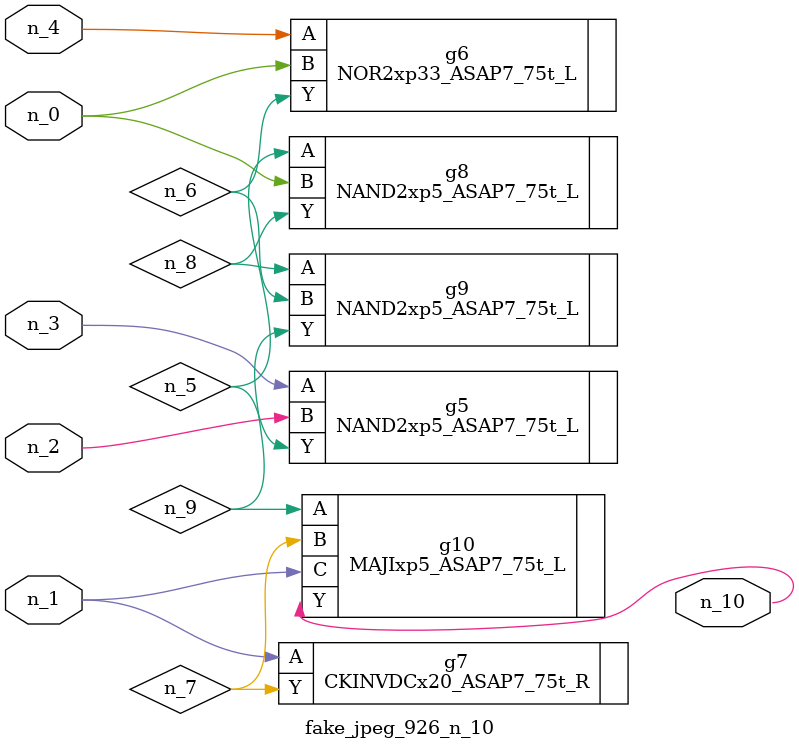
<source format=v>
module fake_jpeg_926_n_10 (n_3, n_2, n_1, n_0, n_4, n_10);

input n_3;
input n_2;
input n_1;
input n_0;
input n_4;

output n_10;

wire n_8;
wire n_9;
wire n_6;
wire n_5;
wire n_7;

NAND2xp5_ASAP7_75t_L g5 ( 
.A(n_3),
.B(n_2),
.Y(n_5)
);

NOR2xp33_ASAP7_75t_L g6 ( 
.A(n_4),
.B(n_0),
.Y(n_6)
);

CKINVDCx20_ASAP7_75t_R g7 ( 
.A(n_1),
.Y(n_7)
);

NAND2xp5_ASAP7_75t_L g8 ( 
.A(n_5),
.B(n_0),
.Y(n_8)
);

NAND2xp5_ASAP7_75t_L g9 ( 
.A(n_8),
.B(n_6),
.Y(n_9)
);

MAJIxp5_ASAP7_75t_L g10 ( 
.A(n_9),
.B(n_7),
.C(n_1),
.Y(n_10)
);


endmodule
</source>
